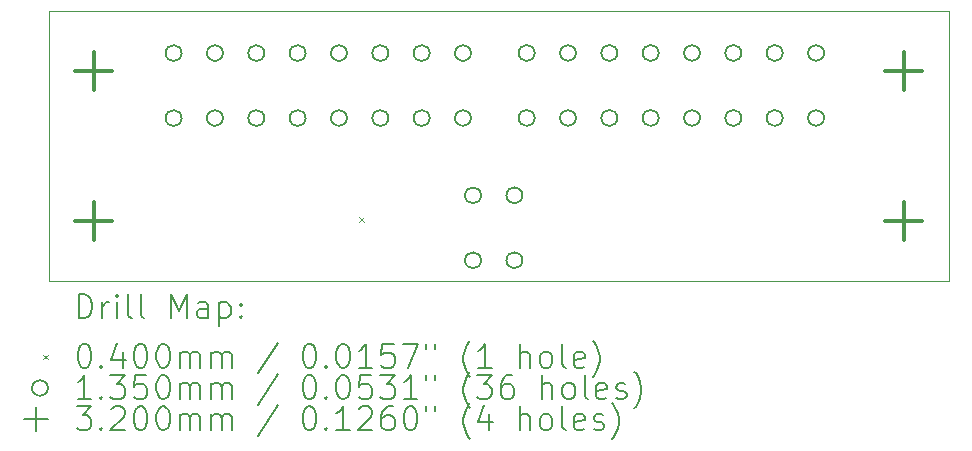
<source format=gbr>
%TF.GenerationSoftware,KiCad,Pcbnew,7.0.7*%
%TF.CreationDate,2023-09-04T23:57:06-07:00*%
%TF.ProjectId,PT Board Ground Systems V1.1,50542042-6f61-4726-9420-47726f756e64,rev?*%
%TF.SameCoordinates,Original*%
%TF.FileFunction,Drillmap*%
%TF.FilePolarity,Positive*%
%FSLAX45Y45*%
G04 Gerber Fmt 4.5, Leading zero omitted, Abs format (unit mm)*
G04 Created by KiCad (PCBNEW 7.0.7) date 2023-09-04 23:57:06*
%MOMM*%
%LPD*%
G01*
G04 APERTURE LIST*
%ADD10C,0.100000*%
%ADD11C,0.200000*%
%ADD12C,0.040000*%
%ADD13C,0.135000*%
%ADD14C,0.320000*%
G04 APERTURE END LIST*
D10*
X2540000Y-2540000D02*
X10160000Y-2540000D01*
X10160000Y-4826000D01*
X2540000Y-4826000D01*
X2540000Y-2540000D01*
D11*
D12*
X5167230Y-4288040D02*
X5207230Y-4328040D01*
X5207230Y-4288040D02*
X5167230Y-4328040D01*
D13*
X3666500Y-2899000D02*
G75*
G03*
X3666500Y-2899000I-67500J0D01*
G01*
X3666500Y-3449000D02*
G75*
G03*
X3666500Y-3449000I-67500J0D01*
G01*
X4016500Y-2899000D02*
G75*
G03*
X4016500Y-2899000I-67500J0D01*
G01*
X4016500Y-3449000D02*
G75*
G03*
X4016500Y-3449000I-67500J0D01*
G01*
X4366500Y-2899000D02*
G75*
G03*
X4366500Y-2899000I-67500J0D01*
G01*
X4366500Y-3449000D02*
G75*
G03*
X4366500Y-3449000I-67500J0D01*
G01*
X4716500Y-2899000D02*
G75*
G03*
X4716500Y-2899000I-67500J0D01*
G01*
X4716500Y-3449000D02*
G75*
G03*
X4716500Y-3449000I-67500J0D01*
G01*
X5066500Y-2899000D02*
G75*
G03*
X5066500Y-2899000I-67500J0D01*
G01*
X5066500Y-3449000D02*
G75*
G03*
X5066500Y-3449000I-67500J0D01*
G01*
X5416500Y-2899000D02*
G75*
G03*
X5416500Y-2899000I-67500J0D01*
G01*
X5416500Y-3449000D02*
G75*
G03*
X5416500Y-3449000I-67500J0D01*
G01*
X5766500Y-2899000D02*
G75*
G03*
X5766500Y-2899000I-67500J0D01*
G01*
X5766500Y-3449000D02*
G75*
G03*
X5766500Y-3449000I-67500J0D01*
G01*
X6116500Y-2899000D02*
G75*
G03*
X6116500Y-2899000I-67500J0D01*
G01*
X6116500Y-3449000D02*
G75*
G03*
X6116500Y-3449000I-67500J0D01*
G01*
X6201500Y-4103000D02*
G75*
G03*
X6201500Y-4103000I-67500J0D01*
G01*
X6201500Y-4653000D02*
G75*
G03*
X6201500Y-4653000I-67500J0D01*
G01*
X6551500Y-4103000D02*
G75*
G03*
X6551500Y-4103000I-67500J0D01*
G01*
X6551500Y-4653000D02*
G75*
G03*
X6551500Y-4653000I-67500J0D01*
G01*
X6655500Y-2898000D02*
G75*
G03*
X6655500Y-2898000I-67500J0D01*
G01*
X6655500Y-3448000D02*
G75*
G03*
X6655500Y-3448000I-67500J0D01*
G01*
X7005500Y-2898000D02*
G75*
G03*
X7005500Y-2898000I-67500J0D01*
G01*
X7005500Y-3448000D02*
G75*
G03*
X7005500Y-3448000I-67500J0D01*
G01*
X7355500Y-2898000D02*
G75*
G03*
X7355500Y-2898000I-67500J0D01*
G01*
X7355500Y-3448000D02*
G75*
G03*
X7355500Y-3448000I-67500J0D01*
G01*
X7705500Y-2898000D02*
G75*
G03*
X7705500Y-2898000I-67500J0D01*
G01*
X7705500Y-3448000D02*
G75*
G03*
X7705500Y-3448000I-67500J0D01*
G01*
X8055500Y-2898000D02*
G75*
G03*
X8055500Y-2898000I-67500J0D01*
G01*
X8055500Y-3448000D02*
G75*
G03*
X8055500Y-3448000I-67500J0D01*
G01*
X8405500Y-2898000D02*
G75*
G03*
X8405500Y-2898000I-67500J0D01*
G01*
X8405500Y-3448000D02*
G75*
G03*
X8405500Y-3448000I-67500J0D01*
G01*
X8755500Y-2898000D02*
G75*
G03*
X8755500Y-2898000I-67500J0D01*
G01*
X8755500Y-3448000D02*
G75*
G03*
X8755500Y-3448000I-67500J0D01*
G01*
X9105500Y-2898000D02*
G75*
G03*
X9105500Y-2898000I-67500J0D01*
G01*
X9105500Y-3448000D02*
G75*
G03*
X9105500Y-3448000I-67500J0D01*
G01*
D14*
X2921000Y-2888000D02*
X2921000Y-3208000D01*
X2761000Y-3048000D02*
X3081000Y-3048000D01*
X2921000Y-4158000D02*
X2921000Y-4478000D01*
X2761000Y-4318000D02*
X3081000Y-4318000D01*
X9779000Y-2888000D02*
X9779000Y-3208000D01*
X9619000Y-3048000D02*
X9939000Y-3048000D01*
X9779000Y-4158000D02*
X9779000Y-4478000D01*
X9619000Y-4318000D02*
X9939000Y-4318000D01*
D11*
X2795777Y-5142484D02*
X2795777Y-4942484D01*
X2795777Y-4942484D02*
X2843396Y-4942484D01*
X2843396Y-4942484D02*
X2871967Y-4952008D01*
X2871967Y-4952008D02*
X2891015Y-4971055D01*
X2891015Y-4971055D02*
X2900539Y-4990103D01*
X2900539Y-4990103D02*
X2910062Y-5028198D01*
X2910062Y-5028198D02*
X2910062Y-5056770D01*
X2910062Y-5056770D02*
X2900539Y-5094865D01*
X2900539Y-5094865D02*
X2891015Y-5113912D01*
X2891015Y-5113912D02*
X2871967Y-5132960D01*
X2871967Y-5132960D02*
X2843396Y-5142484D01*
X2843396Y-5142484D02*
X2795777Y-5142484D01*
X2995777Y-5142484D02*
X2995777Y-5009150D01*
X2995777Y-5047246D02*
X3005301Y-5028198D01*
X3005301Y-5028198D02*
X3014824Y-5018674D01*
X3014824Y-5018674D02*
X3033872Y-5009150D01*
X3033872Y-5009150D02*
X3052920Y-5009150D01*
X3119586Y-5142484D02*
X3119586Y-5009150D01*
X3119586Y-4942484D02*
X3110062Y-4952008D01*
X3110062Y-4952008D02*
X3119586Y-4961531D01*
X3119586Y-4961531D02*
X3129110Y-4952008D01*
X3129110Y-4952008D02*
X3119586Y-4942484D01*
X3119586Y-4942484D02*
X3119586Y-4961531D01*
X3243396Y-5142484D02*
X3224348Y-5132960D01*
X3224348Y-5132960D02*
X3214824Y-5113912D01*
X3214824Y-5113912D02*
X3214824Y-4942484D01*
X3348158Y-5142484D02*
X3329110Y-5132960D01*
X3329110Y-5132960D02*
X3319586Y-5113912D01*
X3319586Y-5113912D02*
X3319586Y-4942484D01*
X3576729Y-5142484D02*
X3576729Y-4942484D01*
X3576729Y-4942484D02*
X3643396Y-5085341D01*
X3643396Y-5085341D02*
X3710062Y-4942484D01*
X3710062Y-4942484D02*
X3710062Y-5142484D01*
X3891015Y-5142484D02*
X3891015Y-5037722D01*
X3891015Y-5037722D02*
X3881491Y-5018674D01*
X3881491Y-5018674D02*
X3862443Y-5009150D01*
X3862443Y-5009150D02*
X3824348Y-5009150D01*
X3824348Y-5009150D02*
X3805301Y-5018674D01*
X3891015Y-5132960D02*
X3871967Y-5142484D01*
X3871967Y-5142484D02*
X3824348Y-5142484D01*
X3824348Y-5142484D02*
X3805301Y-5132960D01*
X3805301Y-5132960D02*
X3795777Y-5113912D01*
X3795777Y-5113912D02*
X3795777Y-5094865D01*
X3795777Y-5094865D02*
X3805301Y-5075817D01*
X3805301Y-5075817D02*
X3824348Y-5066293D01*
X3824348Y-5066293D02*
X3871967Y-5066293D01*
X3871967Y-5066293D02*
X3891015Y-5056770D01*
X3986253Y-5009150D02*
X3986253Y-5209150D01*
X3986253Y-5018674D02*
X4005301Y-5009150D01*
X4005301Y-5009150D02*
X4043396Y-5009150D01*
X4043396Y-5009150D02*
X4062443Y-5018674D01*
X4062443Y-5018674D02*
X4071967Y-5028198D01*
X4071967Y-5028198D02*
X4081491Y-5047246D01*
X4081491Y-5047246D02*
X4081491Y-5104389D01*
X4081491Y-5104389D02*
X4071967Y-5123436D01*
X4071967Y-5123436D02*
X4062443Y-5132960D01*
X4062443Y-5132960D02*
X4043396Y-5142484D01*
X4043396Y-5142484D02*
X4005301Y-5142484D01*
X4005301Y-5142484D02*
X3986253Y-5132960D01*
X4167205Y-5123436D02*
X4176729Y-5132960D01*
X4176729Y-5132960D02*
X4167205Y-5142484D01*
X4167205Y-5142484D02*
X4157682Y-5132960D01*
X4157682Y-5132960D02*
X4167205Y-5123436D01*
X4167205Y-5123436D02*
X4167205Y-5142484D01*
X4167205Y-5018674D02*
X4176729Y-5028198D01*
X4176729Y-5028198D02*
X4167205Y-5037722D01*
X4167205Y-5037722D02*
X4157682Y-5028198D01*
X4157682Y-5028198D02*
X4167205Y-5018674D01*
X4167205Y-5018674D02*
X4167205Y-5037722D01*
D12*
X2495000Y-5451000D02*
X2535000Y-5491000D01*
X2535000Y-5451000D02*
X2495000Y-5491000D01*
D11*
X2833872Y-5362484D02*
X2852920Y-5362484D01*
X2852920Y-5362484D02*
X2871967Y-5372008D01*
X2871967Y-5372008D02*
X2881491Y-5381531D01*
X2881491Y-5381531D02*
X2891015Y-5400579D01*
X2891015Y-5400579D02*
X2900539Y-5438674D01*
X2900539Y-5438674D02*
X2900539Y-5486293D01*
X2900539Y-5486293D02*
X2891015Y-5524389D01*
X2891015Y-5524389D02*
X2881491Y-5543436D01*
X2881491Y-5543436D02*
X2871967Y-5552960D01*
X2871967Y-5552960D02*
X2852920Y-5562484D01*
X2852920Y-5562484D02*
X2833872Y-5562484D01*
X2833872Y-5562484D02*
X2814824Y-5552960D01*
X2814824Y-5552960D02*
X2805301Y-5543436D01*
X2805301Y-5543436D02*
X2795777Y-5524389D01*
X2795777Y-5524389D02*
X2786253Y-5486293D01*
X2786253Y-5486293D02*
X2786253Y-5438674D01*
X2786253Y-5438674D02*
X2795777Y-5400579D01*
X2795777Y-5400579D02*
X2805301Y-5381531D01*
X2805301Y-5381531D02*
X2814824Y-5372008D01*
X2814824Y-5372008D02*
X2833872Y-5362484D01*
X2986253Y-5543436D02*
X2995777Y-5552960D01*
X2995777Y-5552960D02*
X2986253Y-5562484D01*
X2986253Y-5562484D02*
X2976729Y-5552960D01*
X2976729Y-5552960D02*
X2986253Y-5543436D01*
X2986253Y-5543436D02*
X2986253Y-5562484D01*
X3167205Y-5429150D02*
X3167205Y-5562484D01*
X3119586Y-5352960D02*
X3071967Y-5495817D01*
X3071967Y-5495817D02*
X3195777Y-5495817D01*
X3310062Y-5362484D02*
X3329110Y-5362484D01*
X3329110Y-5362484D02*
X3348158Y-5372008D01*
X3348158Y-5372008D02*
X3357682Y-5381531D01*
X3357682Y-5381531D02*
X3367205Y-5400579D01*
X3367205Y-5400579D02*
X3376729Y-5438674D01*
X3376729Y-5438674D02*
X3376729Y-5486293D01*
X3376729Y-5486293D02*
X3367205Y-5524389D01*
X3367205Y-5524389D02*
X3357682Y-5543436D01*
X3357682Y-5543436D02*
X3348158Y-5552960D01*
X3348158Y-5552960D02*
X3329110Y-5562484D01*
X3329110Y-5562484D02*
X3310062Y-5562484D01*
X3310062Y-5562484D02*
X3291015Y-5552960D01*
X3291015Y-5552960D02*
X3281491Y-5543436D01*
X3281491Y-5543436D02*
X3271967Y-5524389D01*
X3271967Y-5524389D02*
X3262443Y-5486293D01*
X3262443Y-5486293D02*
X3262443Y-5438674D01*
X3262443Y-5438674D02*
X3271967Y-5400579D01*
X3271967Y-5400579D02*
X3281491Y-5381531D01*
X3281491Y-5381531D02*
X3291015Y-5372008D01*
X3291015Y-5372008D02*
X3310062Y-5362484D01*
X3500539Y-5362484D02*
X3519586Y-5362484D01*
X3519586Y-5362484D02*
X3538634Y-5372008D01*
X3538634Y-5372008D02*
X3548158Y-5381531D01*
X3548158Y-5381531D02*
X3557682Y-5400579D01*
X3557682Y-5400579D02*
X3567205Y-5438674D01*
X3567205Y-5438674D02*
X3567205Y-5486293D01*
X3567205Y-5486293D02*
X3557682Y-5524389D01*
X3557682Y-5524389D02*
X3548158Y-5543436D01*
X3548158Y-5543436D02*
X3538634Y-5552960D01*
X3538634Y-5552960D02*
X3519586Y-5562484D01*
X3519586Y-5562484D02*
X3500539Y-5562484D01*
X3500539Y-5562484D02*
X3481491Y-5552960D01*
X3481491Y-5552960D02*
X3471967Y-5543436D01*
X3471967Y-5543436D02*
X3462443Y-5524389D01*
X3462443Y-5524389D02*
X3452920Y-5486293D01*
X3452920Y-5486293D02*
X3452920Y-5438674D01*
X3452920Y-5438674D02*
X3462443Y-5400579D01*
X3462443Y-5400579D02*
X3471967Y-5381531D01*
X3471967Y-5381531D02*
X3481491Y-5372008D01*
X3481491Y-5372008D02*
X3500539Y-5362484D01*
X3652920Y-5562484D02*
X3652920Y-5429150D01*
X3652920Y-5448198D02*
X3662443Y-5438674D01*
X3662443Y-5438674D02*
X3681491Y-5429150D01*
X3681491Y-5429150D02*
X3710063Y-5429150D01*
X3710063Y-5429150D02*
X3729110Y-5438674D01*
X3729110Y-5438674D02*
X3738634Y-5457722D01*
X3738634Y-5457722D02*
X3738634Y-5562484D01*
X3738634Y-5457722D02*
X3748158Y-5438674D01*
X3748158Y-5438674D02*
X3767205Y-5429150D01*
X3767205Y-5429150D02*
X3795777Y-5429150D01*
X3795777Y-5429150D02*
X3814824Y-5438674D01*
X3814824Y-5438674D02*
X3824348Y-5457722D01*
X3824348Y-5457722D02*
X3824348Y-5562484D01*
X3919586Y-5562484D02*
X3919586Y-5429150D01*
X3919586Y-5448198D02*
X3929110Y-5438674D01*
X3929110Y-5438674D02*
X3948158Y-5429150D01*
X3948158Y-5429150D02*
X3976729Y-5429150D01*
X3976729Y-5429150D02*
X3995777Y-5438674D01*
X3995777Y-5438674D02*
X4005301Y-5457722D01*
X4005301Y-5457722D02*
X4005301Y-5562484D01*
X4005301Y-5457722D02*
X4014824Y-5438674D01*
X4014824Y-5438674D02*
X4033872Y-5429150D01*
X4033872Y-5429150D02*
X4062443Y-5429150D01*
X4062443Y-5429150D02*
X4081491Y-5438674D01*
X4081491Y-5438674D02*
X4091015Y-5457722D01*
X4091015Y-5457722D02*
X4091015Y-5562484D01*
X4481491Y-5352960D02*
X4310063Y-5610103D01*
X4738634Y-5362484D02*
X4757682Y-5362484D01*
X4757682Y-5362484D02*
X4776729Y-5372008D01*
X4776729Y-5372008D02*
X4786253Y-5381531D01*
X4786253Y-5381531D02*
X4795777Y-5400579D01*
X4795777Y-5400579D02*
X4805301Y-5438674D01*
X4805301Y-5438674D02*
X4805301Y-5486293D01*
X4805301Y-5486293D02*
X4795777Y-5524389D01*
X4795777Y-5524389D02*
X4786253Y-5543436D01*
X4786253Y-5543436D02*
X4776729Y-5552960D01*
X4776729Y-5552960D02*
X4757682Y-5562484D01*
X4757682Y-5562484D02*
X4738634Y-5562484D01*
X4738634Y-5562484D02*
X4719587Y-5552960D01*
X4719587Y-5552960D02*
X4710063Y-5543436D01*
X4710063Y-5543436D02*
X4700539Y-5524389D01*
X4700539Y-5524389D02*
X4691015Y-5486293D01*
X4691015Y-5486293D02*
X4691015Y-5438674D01*
X4691015Y-5438674D02*
X4700539Y-5400579D01*
X4700539Y-5400579D02*
X4710063Y-5381531D01*
X4710063Y-5381531D02*
X4719587Y-5372008D01*
X4719587Y-5372008D02*
X4738634Y-5362484D01*
X4891015Y-5543436D02*
X4900539Y-5552960D01*
X4900539Y-5552960D02*
X4891015Y-5562484D01*
X4891015Y-5562484D02*
X4881491Y-5552960D01*
X4881491Y-5552960D02*
X4891015Y-5543436D01*
X4891015Y-5543436D02*
X4891015Y-5562484D01*
X5024348Y-5362484D02*
X5043396Y-5362484D01*
X5043396Y-5362484D02*
X5062444Y-5372008D01*
X5062444Y-5372008D02*
X5071968Y-5381531D01*
X5071968Y-5381531D02*
X5081491Y-5400579D01*
X5081491Y-5400579D02*
X5091015Y-5438674D01*
X5091015Y-5438674D02*
X5091015Y-5486293D01*
X5091015Y-5486293D02*
X5081491Y-5524389D01*
X5081491Y-5524389D02*
X5071968Y-5543436D01*
X5071968Y-5543436D02*
X5062444Y-5552960D01*
X5062444Y-5552960D02*
X5043396Y-5562484D01*
X5043396Y-5562484D02*
X5024348Y-5562484D01*
X5024348Y-5562484D02*
X5005301Y-5552960D01*
X5005301Y-5552960D02*
X4995777Y-5543436D01*
X4995777Y-5543436D02*
X4986253Y-5524389D01*
X4986253Y-5524389D02*
X4976729Y-5486293D01*
X4976729Y-5486293D02*
X4976729Y-5438674D01*
X4976729Y-5438674D02*
X4986253Y-5400579D01*
X4986253Y-5400579D02*
X4995777Y-5381531D01*
X4995777Y-5381531D02*
X5005301Y-5372008D01*
X5005301Y-5372008D02*
X5024348Y-5362484D01*
X5281491Y-5562484D02*
X5167206Y-5562484D01*
X5224348Y-5562484D02*
X5224348Y-5362484D01*
X5224348Y-5362484D02*
X5205301Y-5391055D01*
X5205301Y-5391055D02*
X5186253Y-5410103D01*
X5186253Y-5410103D02*
X5167206Y-5419627D01*
X5462444Y-5362484D02*
X5367206Y-5362484D01*
X5367206Y-5362484D02*
X5357682Y-5457722D01*
X5357682Y-5457722D02*
X5367206Y-5448198D01*
X5367206Y-5448198D02*
X5386253Y-5438674D01*
X5386253Y-5438674D02*
X5433872Y-5438674D01*
X5433872Y-5438674D02*
X5452920Y-5448198D01*
X5452920Y-5448198D02*
X5462444Y-5457722D01*
X5462444Y-5457722D02*
X5471968Y-5476770D01*
X5471968Y-5476770D02*
X5471968Y-5524389D01*
X5471968Y-5524389D02*
X5462444Y-5543436D01*
X5462444Y-5543436D02*
X5452920Y-5552960D01*
X5452920Y-5552960D02*
X5433872Y-5562484D01*
X5433872Y-5562484D02*
X5386253Y-5562484D01*
X5386253Y-5562484D02*
X5367206Y-5552960D01*
X5367206Y-5552960D02*
X5357682Y-5543436D01*
X5538634Y-5362484D02*
X5671967Y-5362484D01*
X5671967Y-5362484D02*
X5586253Y-5562484D01*
X5738634Y-5362484D02*
X5738634Y-5400579D01*
X5814825Y-5362484D02*
X5814825Y-5400579D01*
X6110063Y-5638674D02*
X6100539Y-5629150D01*
X6100539Y-5629150D02*
X6081491Y-5600579D01*
X6081491Y-5600579D02*
X6071968Y-5581531D01*
X6071968Y-5581531D02*
X6062444Y-5552960D01*
X6062444Y-5552960D02*
X6052920Y-5505341D01*
X6052920Y-5505341D02*
X6052920Y-5467246D01*
X6052920Y-5467246D02*
X6062444Y-5419627D01*
X6062444Y-5419627D02*
X6071968Y-5391055D01*
X6071968Y-5391055D02*
X6081491Y-5372008D01*
X6081491Y-5372008D02*
X6100539Y-5343436D01*
X6100539Y-5343436D02*
X6110063Y-5333912D01*
X6291015Y-5562484D02*
X6176729Y-5562484D01*
X6233872Y-5562484D02*
X6233872Y-5362484D01*
X6233872Y-5362484D02*
X6214825Y-5391055D01*
X6214825Y-5391055D02*
X6195777Y-5410103D01*
X6195777Y-5410103D02*
X6176729Y-5419627D01*
X6529110Y-5562484D02*
X6529110Y-5362484D01*
X6614825Y-5562484D02*
X6614825Y-5457722D01*
X6614825Y-5457722D02*
X6605301Y-5438674D01*
X6605301Y-5438674D02*
X6586253Y-5429150D01*
X6586253Y-5429150D02*
X6557682Y-5429150D01*
X6557682Y-5429150D02*
X6538634Y-5438674D01*
X6538634Y-5438674D02*
X6529110Y-5448198D01*
X6738634Y-5562484D02*
X6719587Y-5552960D01*
X6719587Y-5552960D02*
X6710063Y-5543436D01*
X6710063Y-5543436D02*
X6700539Y-5524389D01*
X6700539Y-5524389D02*
X6700539Y-5467246D01*
X6700539Y-5467246D02*
X6710063Y-5448198D01*
X6710063Y-5448198D02*
X6719587Y-5438674D01*
X6719587Y-5438674D02*
X6738634Y-5429150D01*
X6738634Y-5429150D02*
X6767206Y-5429150D01*
X6767206Y-5429150D02*
X6786253Y-5438674D01*
X6786253Y-5438674D02*
X6795777Y-5448198D01*
X6795777Y-5448198D02*
X6805301Y-5467246D01*
X6805301Y-5467246D02*
X6805301Y-5524389D01*
X6805301Y-5524389D02*
X6795777Y-5543436D01*
X6795777Y-5543436D02*
X6786253Y-5552960D01*
X6786253Y-5552960D02*
X6767206Y-5562484D01*
X6767206Y-5562484D02*
X6738634Y-5562484D01*
X6919587Y-5562484D02*
X6900539Y-5552960D01*
X6900539Y-5552960D02*
X6891015Y-5533912D01*
X6891015Y-5533912D02*
X6891015Y-5362484D01*
X7071968Y-5552960D02*
X7052920Y-5562484D01*
X7052920Y-5562484D02*
X7014825Y-5562484D01*
X7014825Y-5562484D02*
X6995777Y-5552960D01*
X6995777Y-5552960D02*
X6986253Y-5533912D01*
X6986253Y-5533912D02*
X6986253Y-5457722D01*
X6986253Y-5457722D02*
X6995777Y-5438674D01*
X6995777Y-5438674D02*
X7014825Y-5429150D01*
X7014825Y-5429150D02*
X7052920Y-5429150D01*
X7052920Y-5429150D02*
X7071968Y-5438674D01*
X7071968Y-5438674D02*
X7081491Y-5457722D01*
X7081491Y-5457722D02*
X7081491Y-5476770D01*
X7081491Y-5476770D02*
X6986253Y-5495817D01*
X7148158Y-5638674D02*
X7157682Y-5629150D01*
X7157682Y-5629150D02*
X7176730Y-5600579D01*
X7176730Y-5600579D02*
X7186253Y-5581531D01*
X7186253Y-5581531D02*
X7195777Y-5552960D01*
X7195777Y-5552960D02*
X7205301Y-5505341D01*
X7205301Y-5505341D02*
X7205301Y-5467246D01*
X7205301Y-5467246D02*
X7195777Y-5419627D01*
X7195777Y-5419627D02*
X7186253Y-5391055D01*
X7186253Y-5391055D02*
X7176730Y-5372008D01*
X7176730Y-5372008D02*
X7157682Y-5343436D01*
X7157682Y-5343436D02*
X7148158Y-5333912D01*
D13*
X2535000Y-5735000D02*
G75*
G03*
X2535000Y-5735000I-67500J0D01*
G01*
D11*
X2900539Y-5826484D02*
X2786253Y-5826484D01*
X2843396Y-5826484D02*
X2843396Y-5626484D01*
X2843396Y-5626484D02*
X2824348Y-5655055D01*
X2824348Y-5655055D02*
X2805301Y-5674103D01*
X2805301Y-5674103D02*
X2786253Y-5683627D01*
X2986253Y-5807436D02*
X2995777Y-5816960D01*
X2995777Y-5816960D02*
X2986253Y-5826484D01*
X2986253Y-5826484D02*
X2976729Y-5816960D01*
X2976729Y-5816960D02*
X2986253Y-5807436D01*
X2986253Y-5807436D02*
X2986253Y-5826484D01*
X3062443Y-5626484D02*
X3186253Y-5626484D01*
X3186253Y-5626484D02*
X3119586Y-5702674D01*
X3119586Y-5702674D02*
X3148158Y-5702674D01*
X3148158Y-5702674D02*
X3167205Y-5712198D01*
X3167205Y-5712198D02*
X3176729Y-5721722D01*
X3176729Y-5721722D02*
X3186253Y-5740769D01*
X3186253Y-5740769D02*
X3186253Y-5788388D01*
X3186253Y-5788388D02*
X3176729Y-5807436D01*
X3176729Y-5807436D02*
X3167205Y-5816960D01*
X3167205Y-5816960D02*
X3148158Y-5826484D01*
X3148158Y-5826484D02*
X3091015Y-5826484D01*
X3091015Y-5826484D02*
X3071967Y-5816960D01*
X3071967Y-5816960D02*
X3062443Y-5807436D01*
X3367205Y-5626484D02*
X3271967Y-5626484D01*
X3271967Y-5626484D02*
X3262443Y-5721722D01*
X3262443Y-5721722D02*
X3271967Y-5712198D01*
X3271967Y-5712198D02*
X3291015Y-5702674D01*
X3291015Y-5702674D02*
X3338634Y-5702674D01*
X3338634Y-5702674D02*
X3357682Y-5712198D01*
X3357682Y-5712198D02*
X3367205Y-5721722D01*
X3367205Y-5721722D02*
X3376729Y-5740769D01*
X3376729Y-5740769D02*
X3376729Y-5788388D01*
X3376729Y-5788388D02*
X3367205Y-5807436D01*
X3367205Y-5807436D02*
X3357682Y-5816960D01*
X3357682Y-5816960D02*
X3338634Y-5826484D01*
X3338634Y-5826484D02*
X3291015Y-5826484D01*
X3291015Y-5826484D02*
X3271967Y-5816960D01*
X3271967Y-5816960D02*
X3262443Y-5807436D01*
X3500539Y-5626484D02*
X3519586Y-5626484D01*
X3519586Y-5626484D02*
X3538634Y-5636008D01*
X3538634Y-5636008D02*
X3548158Y-5645531D01*
X3548158Y-5645531D02*
X3557682Y-5664579D01*
X3557682Y-5664579D02*
X3567205Y-5702674D01*
X3567205Y-5702674D02*
X3567205Y-5750293D01*
X3567205Y-5750293D02*
X3557682Y-5788388D01*
X3557682Y-5788388D02*
X3548158Y-5807436D01*
X3548158Y-5807436D02*
X3538634Y-5816960D01*
X3538634Y-5816960D02*
X3519586Y-5826484D01*
X3519586Y-5826484D02*
X3500539Y-5826484D01*
X3500539Y-5826484D02*
X3481491Y-5816960D01*
X3481491Y-5816960D02*
X3471967Y-5807436D01*
X3471967Y-5807436D02*
X3462443Y-5788388D01*
X3462443Y-5788388D02*
X3452920Y-5750293D01*
X3452920Y-5750293D02*
X3452920Y-5702674D01*
X3452920Y-5702674D02*
X3462443Y-5664579D01*
X3462443Y-5664579D02*
X3471967Y-5645531D01*
X3471967Y-5645531D02*
X3481491Y-5636008D01*
X3481491Y-5636008D02*
X3500539Y-5626484D01*
X3652920Y-5826484D02*
X3652920Y-5693150D01*
X3652920Y-5712198D02*
X3662443Y-5702674D01*
X3662443Y-5702674D02*
X3681491Y-5693150D01*
X3681491Y-5693150D02*
X3710063Y-5693150D01*
X3710063Y-5693150D02*
X3729110Y-5702674D01*
X3729110Y-5702674D02*
X3738634Y-5721722D01*
X3738634Y-5721722D02*
X3738634Y-5826484D01*
X3738634Y-5721722D02*
X3748158Y-5702674D01*
X3748158Y-5702674D02*
X3767205Y-5693150D01*
X3767205Y-5693150D02*
X3795777Y-5693150D01*
X3795777Y-5693150D02*
X3814824Y-5702674D01*
X3814824Y-5702674D02*
X3824348Y-5721722D01*
X3824348Y-5721722D02*
X3824348Y-5826484D01*
X3919586Y-5826484D02*
X3919586Y-5693150D01*
X3919586Y-5712198D02*
X3929110Y-5702674D01*
X3929110Y-5702674D02*
X3948158Y-5693150D01*
X3948158Y-5693150D02*
X3976729Y-5693150D01*
X3976729Y-5693150D02*
X3995777Y-5702674D01*
X3995777Y-5702674D02*
X4005301Y-5721722D01*
X4005301Y-5721722D02*
X4005301Y-5826484D01*
X4005301Y-5721722D02*
X4014824Y-5702674D01*
X4014824Y-5702674D02*
X4033872Y-5693150D01*
X4033872Y-5693150D02*
X4062443Y-5693150D01*
X4062443Y-5693150D02*
X4081491Y-5702674D01*
X4081491Y-5702674D02*
X4091015Y-5721722D01*
X4091015Y-5721722D02*
X4091015Y-5826484D01*
X4481491Y-5616960D02*
X4310063Y-5874103D01*
X4738634Y-5626484D02*
X4757682Y-5626484D01*
X4757682Y-5626484D02*
X4776729Y-5636008D01*
X4776729Y-5636008D02*
X4786253Y-5645531D01*
X4786253Y-5645531D02*
X4795777Y-5664579D01*
X4795777Y-5664579D02*
X4805301Y-5702674D01*
X4805301Y-5702674D02*
X4805301Y-5750293D01*
X4805301Y-5750293D02*
X4795777Y-5788388D01*
X4795777Y-5788388D02*
X4786253Y-5807436D01*
X4786253Y-5807436D02*
X4776729Y-5816960D01*
X4776729Y-5816960D02*
X4757682Y-5826484D01*
X4757682Y-5826484D02*
X4738634Y-5826484D01*
X4738634Y-5826484D02*
X4719587Y-5816960D01*
X4719587Y-5816960D02*
X4710063Y-5807436D01*
X4710063Y-5807436D02*
X4700539Y-5788388D01*
X4700539Y-5788388D02*
X4691015Y-5750293D01*
X4691015Y-5750293D02*
X4691015Y-5702674D01*
X4691015Y-5702674D02*
X4700539Y-5664579D01*
X4700539Y-5664579D02*
X4710063Y-5645531D01*
X4710063Y-5645531D02*
X4719587Y-5636008D01*
X4719587Y-5636008D02*
X4738634Y-5626484D01*
X4891015Y-5807436D02*
X4900539Y-5816960D01*
X4900539Y-5816960D02*
X4891015Y-5826484D01*
X4891015Y-5826484D02*
X4881491Y-5816960D01*
X4881491Y-5816960D02*
X4891015Y-5807436D01*
X4891015Y-5807436D02*
X4891015Y-5826484D01*
X5024348Y-5626484D02*
X5043396Y-5626484D01*
X5043396Y-5626484D02*
X5062444Y-5636008D01*
X5062444Y-5636008D02*
X5071968Y-5645531D01*
X5071968Y-5645531D02*
X5081491Y-5664579D01*
X5081491Y-5664579D02*
X5091015Y-5702674D01*
X5091015Y-5702674D02*
X5091015Y-5750293D01*
X5091015Y-5750293D02*
X5081491Y-5788388D01*
X5081491Y-5788388D02*
X5071968Y-5807436D01*
X5071968Y-5807436D02*
X5062444Y-5816960D01*
X5062444Y-5816960D02*
X5043396Y-5826484D01*
X5043396Y-5826484D02*
X5024348Y-5826484D01*
X5024348Y-5826484D02*
X5005301Y-5816960D01*
X5005301Y-5816960D02*
X4995777Y-5807436D01*
X4995777Y-5807436D02*
X4986253Y-5788388D01*
X4986253Y-5788388D02*
X4976729Y-5750293D01*
X4976729Y-5750293D02*
X4976729Y-5702674D01*
X4976729Y-5702674D02*
X4986253Y-5664579D01*
X4986253Y-5664579D02*
X4995777Y-5645531D01*
X4995777Y-5645531D02*
X5005301Y-5636008D01*
X5005301Y-5636008D02*
X5024348Y-5626484D01*
X5271968Y-5626484D02*
X5176729Y-5626484D01*
X5176729Y-5626484D02*
X5167206Y-5721722D01*
X5167206Y-5721722D02*
X5176729Y-5712198D01*
X5176729Y-5712198D02*
X5195777Y-5702674D01*
X5195777Y-5702674D02*
X5243396Y-5702674D01*
X5243396Y-5702674D02*
X5262444Y-5712198D01*
X5262444Y-5712198D02*
X5271968Y-5721722D01*
X5271968Y-5721722D02*
X5281491Y-5740769D01*
X5281491Y-5740769D02*
X5281491Y-5788388D01*
X5281491Y-5788388D02*
X5271968Y-5807436D01*
X5271968Y-5807436D02*
X5262444Y-5816960D01*
X5262444Y-5816960D02*
X5243396Y-5826484D01*
X5243396Y-5826484D02*
X5195777Y-5826484D01*
X5195777Y-5826484D02*
X5176729Y-5816960D01*
X5176729Y-5816960D02*
X5167206Y-5807436D01*
X5348158Y-5626484D02*
X5471968Y-5626484D01*
X5471968Y-5626484D02*
X5405301Y-5702674D01*
X5405301Y-5702674D02*
X5433872Y-5702674D01*
X5433872Y-5702674D02*
X5452920Y-5712198D01*
X5452920Y-5712198D02*
X5462444Y-5721722D01*
X5462444Y-5721722D02*
X5471968Y-5740769D01*
X5471968Y-5740769D02*
X5471968Y-5788388D01*
X5471968Y-5788388D02*
X5462444Y-5807436D01*
X5462444Y-5807436D02*
X5452920Y-5816960D01*
X5452920Y-5816960D02*
X5433872Y-5826484D01*
X5433872Y-5826484D02*
X5376729Y-5826484D01*
X5376729Y-5826484D02*
X5357682Y-5816960D01*
X5357682Y-5816960D02*
X5348158Y-5807436D01*
X5662444Y-5826484D02*
X5548158Y-5826484D01*
X5605301Y-5826484D02*
X5605301Y-5626484D01*
X5605301Y-5626484D02*
X5586253Y-5655055D01*
X5586253Y-5655055D02*
X5567206Y-5674103D01*
X5567206Y-5674103D02*
X5548158Y-5683627D01*
X5738634Y-5626484D02*
X5738634Y-5664579D01*
X5814825Y-5626484D02*
X5814825Y-5664579D01*
X6110063Y-5902674D02*
X6100539Y-5893150D01*
X6100539Y-5893150D02*
X6081491Y-5864579D01*
X6081491Y-5864579D02*
X6071968Y-5845531D01*
X6071968Y-5845531D02*
X6062444Y-5816960D01*
X6062444Y-5816960D02*
X6052920Y-5769341D01*
X6052920Y-5769341D02*
X6052920Y-5731246D01*
X6052920Y-5731246D02*
X6062444Y-5683627D01*
X6062444Y-5683627D02*
X6071968Y-5655055D01*
X6071968Y-5655055D02*
X6081491Y-5636008D01*
X6081491Y-5636008D02*
X6100539Y-5607436D01*
X6100539Y-5607436D02*
X6110063Y-5597912D01*
X6167206Y-5626484D02*
X6291015Y-5626484D01*
X6291015Y-5626484D02*
X6224348Y-5702674D01*
X6224348Y-5702674D02*
X6252920Y-5702674D01*
X6252920Y-5702674D02*
X6271968Y-5712198D01*
X6271968Y-5712198D02*
X6281491Y-5721722D01*
X6281491Y-5721722D02*
X6291015Y-5740769D01*
X6291015Y-5740769D02*
X6291015Y-5788388D01*
X6291015Y-5788388D02*
X6281491Y-5807436D01*
X6281491Y-5807436D02*
X6271968Y-5816960D01*
X6271968Y-5816960D02*
X6252920Y-5826484D01*
X6252920Y-5826484D02*
X6195777Y-5826484D01*
X6195777Y-5826484D02*
X6176729Y-5816960D01*
X6176729Y-5816960D02*
X6167206Y-5807436D01*
X6462444Y-5626484D02*
X6424348Y-5626484D01*
X6424348Y-5626484D02*
X6405301Y-5636008D01*
X6405301Y-5636008D02*
X6395777Y-5645531D01*
X6395777Y-5645531D02*
X6376729Y-5674103D01*
X6376729Y-5674103D02*
X6367206Y-5712198D01*
X6367206Y-5712198D02*
X6367206Y-5788388D01*
X6367206Y-5788388D02*
X6376729Y-5807436D01*
X6376729Y-5807436D02*
X6386253Y-5816960D01*
X6386253Y-5816960D02*
X6405301Y-5826484D01*
X6405301Y-5826484D02*
X6443396Y-5826484D01*
X6443396Y-5826484D02*
X6462444Y-5816960D01*
X6462444Y-5816960D02*
X6471968Y-5807436D01*
X6471968Y-5807436D02*
X6481491Y-5788388D01*
X6481491Y-5788388D02*
X6481491Y-5740769D01*
X6481491Y-5740769D02*
X6471968Y-5721722D01*
X6471968Y-5721722D02*
X6462444Y-5712198D01*
X6462444Y-5712198D02*
X6443396Y-5702674D01*
X6443396Y-5702674D02*
X6405301Y-5702674D01*
X6405301Y-5702674D02*
X6386253Y-5712198D01*
X6386253Y-5712198D02*
X6376729Y-5721722D01*
X6376729Y-5721722D02*
X6367206Y-5740769D01*
X6719587Y-5826484D02*
X6719587Y-5626484D01*
X6805301Y-5826484D02*
X6805301Y-5721722D01*
X6805301Y-5721722D02*
X6795777Y-5702674D01*
X6795777Y-5702674D02*
X6776730Y-5693150D01*
X6776730Y-5693150D02*
X6748158Y-5693150D01*
X6748158Y-5693150D02*
X6729110Y-5702674D01*
X6729110Y-5702674D02*
X6719587Y-5712198D01*
X6929110Y-5826484D02*
X6910063Y-5816960D01*
X6910063Y-5816960D02*
X6900539Y-5807436D01*
X6900539Y-5807436D02*
X6891015Y-5788388D01*
X6891015Y-5788388D02*
X6891015Y-5731246D01*
X6891015Y-5731246D02*
X6900539Y-5712198D01*
X6900539Y-5712198D02*
X6910063Y-5702674D01*
X6910063Y-5702674D02*
X6929110Y-5693150D01*
X6929110Y-5693150D02*
X6957682Y-5693150D01*
X6957682Y-5693150D02*
X6976730Y-5702674D01*
X6976730Y-5702674D02*
X6986253Y-5712198D01*
X6986253Y-5712198D02*
X6995777Y-5731246D01*
X6995777Y-5731246D02*
X6995777Y-5788388D01*
X6995777Y-5788388D02*
X6986253Y-5807436D01*
X6986253Y-5807436D02*
X6976730Y-5816960D01*
X6976730Y-5816960D02*
X6957682Y-5826484D01*
X6957682Y-5826484D02*
X6929110Y-5826484D01*
X7110063Y-5826484D02*
X7091015Y-5816960D01*
X7091015Y-5816960D02*
X7081491Y-5797912D01*
X7081491Y-5797912D02*
X7081491Y-5626484D01*
X7262444Y-5816960D02*
X7243396Y-5826484D01*
X7243396Y-5826484D02*
X7205301Y-5826484D01*
X7205301Y-5826484D02*
X7186253Y-5816960D01*
X7186253Y-5816960D02*
X7176730Y-5797912D01*
X7176730Y-5797912D02*
X7176730Y-5721722D01*
X7176730Y-5721722D02*
X7186253Y-5702674D01*
X7186253Y-5702674D02*
X7205301Y-5693150D01*
X7205301Y-5693150D02*
X7243396Y-5693150D01*
X7243396Y-5693150D02*
X7262444Y-5702674D01*
X7262444Y-5702674D02*
X7271968Y-5721722D01*
X7271968Y-5721722D02*
X7271968Y-5740769D01*
X7271968Y-5740769D02*
X7176730Y-5759817D01*
X7348158Y-5816960D02*
X7367206Y-5826484D01*
X7367206Y-5826484D02*
X7405301Y-5826484D01*
X7405301Y-5826484D02*
X7424349Y-5816960D01*
X7424349Y-5816960D02*
X7433872Y-5797912D01*
X7433872Y-5797912D02*
X7433872Y-5788388D01*
X7433872Y-5788388D02*
X7424349Y-5769341D01*
X7424349Y-5769341D02*
X7405301Y-5759817D01*
X7405301Y-5759817D02*
X7376730Y-5759817D01*
X7376730Y-5759817D02*
X7357682Y-5750293D01*
X7357682Y-5750293D02*
X7348158Y-5731246D01*
X7348158Y-5731246D02*
X7348158Y-5721722D01*
X7348158Y-5721722D02*
X7357682Y-5702674D01*
X7357682Y-5702674D02*
X7376730Y-5693150D01*
X7376730Y-5693150D02*
X7405301Y-5693150D01*
X7405301Y-5693150D02*
X7424349Y-5702674D01*
X7500539Y-5902674D02*
X7510063Y-5893150D01*
X7510063Y-5893150D02*
X7529111Y-5864579D01*
X7529111Y-5864579D02*
X7538634Y-5845531D01*
X7538634Y-5845531D02*
X7548158Y-5816960D01*
X7548158Y-5816960D02*
X7557682Y-5769341D01*
X7557682Y-5769341D02*
X7557682Y-5731246D01*
X7557682Y-5731246D02*
X7548158Y-5683627D01*
X7548158Y-5683627D02*
X7538634Y-5655055D01*
X7538634Y-5655055D02*
X7529111Y-5636008D01*
X7529111Y-5636008D02*
X7510063Y-5607436D01*
X7510063Y-5607436D02*
X7500539Y-5597912D01*
X2435000Y-5899000D02*
X2435000Y-6099000D01*
X2335000Y-5999000D02*
X2535000Y-5999000D01*
X2776729Y-5890484D02*
X2900539Y-5890484D01*
X2900539Y-5890484D02*
X2833872Y-5966674D01*
X2833872Y-5966674D02*
X2862443Y-5966674D01*
X2862443Y-5966674D02*
X2881491Y-5976198D01*
X2881491Y-5976198D02*
X2891015Y-5985722D01*
X2891015Y-5985722D02*
X2900539Y-6004769D01*
X2900539Y-6004769D02*
X2900539Y-6052388D01*
X2900539Y-6052388D02*
X2891015Y-6071436D01*
X2891015Y-6071436D02*
X2881491Y-6080960D01*
X2881491Y-6080960D02*
X2862443Y-6090484D01*
X2862443Y-6090484D02*
X2805301Y-6090484D01*
X2805301Y-6090484D02*
X2786253Y-6080960D01*
X2786253Y-6080960D02*
X2776729Y-6071436D01*
X2986253Y-6071436D02*
X2995777Y-6080960D01*
X2995777Y-6080960D02*
X2986253Y-6090484D01*
X2986253Y-6090484D02*
X2976729Y-6080960D01*
X2976729Y-6080960D02*
X2986253Y-6071436D01*
X2986253Y-6071436D02*
X2986253Y-6090484D01*
X3071967Y-5909531D02*
X3081491Y-5900008D01*
X3081491Y-5900008D02*
X3100539Y-5890484D01*
X3100539Y-5890484D02*
X3148158Y-5890484D01*
X3148158Y-5890484D02*
X3167205Y-5900008D01*
X3167205Y-5900008D02*
X3176729Y-5909531D01*
X3176729Y-5909531D02*
X3186253Y-5928579D01*
X3186253Y-5928579D02*
X3186253Y-5947627D01*
X3186253Y-5947627D02*
X3176729Y-5976198D01*
X3176729Y-5976198D02*
X3062443Y-6090484D01*
X3062443Y-6090484D02*
X3186253Y-6090484D01*
X3310062Y-5890484D02*
X3329110Y-5890484D01*
X3329110Y-5890484D02*
X3348158Y-5900008D01*
X3348158Y-5900008D02*
X3357682Y-5909531D01*
X3357682Y-5909531D02*
X3367205Y-5928579D01*
X3367205Y-5928579D02*
X3376729Y-5966674D01*
X3376729Y-5966674D02*
X3376729Y-6014293D01*
X3376729Y-6014293D02*
X3367205Y-6052388D01*
X3367205Y-6052388D02*
X3357682Y-6071436D01*
X3357682Y-6071436D02*
X3348158Y-6080960D01*
X3348158Y-6080960D02*
X3329110Y-6090484D01*
X3329110Y-6090484D02*
X3310062Y-6090484D01*
X3310062Y-6090484D02*
X3291015Y-6080960D01*
X3291015Y-6080960D02*
X3281491Y-6071436D01*
X3281491Y-6071436D02*
X3271967Y-6052388D01*
X3271967Y-6052388D02*
X3262443Y-6014293D01*
X3262443Y-6014293D02*
X3262443Y-5966674D01*
X3262443Y-5966674D02*
X3271967Y-5928579D01*
X3271967Y-5928579D02*
X3281491Y-5909531D01*
X3281491Y-5909531D02*
X3291015Y-5900008D01*
X3291015Y-5900008D02*
X3310062Y-5890484D01*
X3500539Y-5890484D02*
X3519586Y-5890484D01*
X3519586Y-5890484D02*
X3538634Y-5900008D01*
X3538634Y-5900008D02*
X3548158Y-5909531D01*
X3548158Y-5909531D02*
X3557682Y-5928579D01*
X3557682Y-5928579D02*
X3567205Y-5966674D01*
X3567205Y-5966674D02*
X3567205Y-6014293D01*
X3567205Y-6014293D02*
X3557682Y-6052388D01*
X3557682Y-6052388D02*
X3548158Y-6071436D01*
X3548158Y-6071436D02*
X3538634Y-6080960D01*
X3538634Y-6080960D02*
X3519586Y-6090484D01*
X3519586Y-6090484D02*
X3500539Y-6090484D01*
X3500539Y-6090484D02*
X3481491Y-6080960D01*
X3481491Y-6080960D02*
X3471967Y-6071436D01*
X3471967Y-6071436D02*
X3462443Y-6052388D01*
X3462443Y-6052388D02*
X3452920Y-6014293D01*
X3452920Y-6014293D02*
X3452920Y-5966674D01*
X3452920Y-5966674D02*
X3462443Y-5928579D01*
X3462443Y-5928579D02*
X3471967Y-5909531D01*
X3471967Y-5909531D02*
X3481491Y-5900008D01*
X3481491Y-5900008D02*
X3500539Y-5890484D01*
X3652920Y-6090484D02*
X3652920Y-5957150D01*
X3652920Y-5976198D02*
X3662443Y-5966674D01*
X3662443Y-5966674D02*
X3681491Y-5957150D01*
X3681491Y-5957150D02*
X3710063Y-5957150D01*
X3710063Y-5957150D02*
X3729110Y-5966674D01*
X3729110Y-5966674D02*
X3738634Y-5985722D01*
X3738634Y-5985722D02*
X3738634Y-6090484D01*
X3738634Y-5985722D02*
X3748158Y-5966674D01*
X3748158Y-5966674D02*
X3767205Y-5957150D01*
X3767205Y-5957150D02*
X3795777Y-5957150D01*
X3795777Y-5957150D02*
X3814824Y-5966674D01*
X3814824Y-5966674D02*
X3824348Y-5985722D01*
X3824348Y-5985722D02*
X3824348Y-6090484D01*
X3919586Y-6090484D02*
X3919586Y-5957150D01*
X3919586Y-5976198D02*
X3929110Y-5966674D01*
X3929110Y-5966674D02*
X3948158Y-5957150D01*
X3948158Y-5957150D02*
X3976729Y-5957150D01*
X3976729Y-5957150D02*
X3995777Y-5966674D01*
X3995777Y-5966674D02*
X4005301Y-5985722D01*
X4005301Y-5985722D02*
X4005301Y-6090484D01*
X4005301Y-5985722D02*
X4014824Y-5966674D01*
X4014824Y-5966674D02*
X4033872Y-5957150D01*
X4033872Y-5957150D02*
X4062443Y-5957150D01*
X4062443Y-5957150D02*
X4081491Y-5966674D01*
X4081491Y-5966674D02*
X4091015Y-5985722D01*
X4091015Y-5985722D02*
X4091015Y-6090484D01*
X4481491Y-5880960D02*
X4310063Y-6138103D01*
X4738634Y-5890484D02*
X4757682Y-5890484D01*
X4757682Y-5890484D02*
X4776729Y-5900008D01*
X4776729Y-5900008D02*
X4786253Y-5909531D01*
X4786253Y-5909531D02*
X4795777Y-5928579D01*
X4795777Y-5928579D02*
X4805301Y-5966674D01*
X4805301Y-5966674D02*
X4805301Y-6014293D01*
X4805301Y-6014293D02*
X4795777Y-6052388D01*
X4795777Y-6052388D02*
X4786253Y-6071436D01*
X4786253Y-6071436D02*
X4776729Y-6080960D01*
X4776729Y-6080960D02*
X4757682Y-6090484D01*
X4757682Y-6090484D02*
X4738634Y-6090484D01*
X4738634Y-6090484D02*
X4719587Y-6080960D01*
X4719587Y-6080960D02*
X4710063Y-6071436D01*
X4710063Y-6071436D02*
X4700539Y-6052388D01*
X4700539Y-6052388D02*
X4691015Y-6014293D01*
X4691015Y-6014293D02*
X4691015Y-5966674D01*
X4691015Y-5966674D02*
X4700539Y-5928579D01*
X4700539Y-5928579D02*
X4710063Y-5909531D01*
X4710063Y-5909531D02*
X4719587Y-5900008D01*
X4719587Y-5900008D02*
X4738634Y-5890484D01*
X4891015Y-6071436D02*
X4900539Y-6080960D01*
X4900539Y-6080960D02*
X4891015Y-6090484D01*
X4891015Y-6090484D02*
X4881491Y-6080960D01*
X4881491Y-6080960D02*
X4891015Y-6071436D01*
X4891015Y-6071436D02*
X4891015Y-6090484D01*
X5091015Y-6090484D02*
X4976729Y-6090484D01*
X5033872Y-6090484D02*
X5033872Y-5890484D01*
X5033872Y-5890484D02*
X5014825Y-5919055D01*
X5014825Y-5919055D02*
X4995777Y-5938103D01*
X4995777Y-5938103D02*
X4976729Y-5947627D01*
X5167206Y-5909531D02*
X5176729Y-5900008D01*
X5176729Y-5900008D02*
X5195777Y-5890484D01*
X5195777Y-5890484D02*
X5243396Y-5890484D01*
X5243396Y-5890484D02*
X5262444Y-5900008D01*
X5262444Y-5900008D02*
X5271968Y-5909531D01*
X5271968Y-5909531D02*
X5281491Y-5928579D01*
X5281491Y-5928579D02*
X5281491Y-5947627D01*
X5281491Y-5947627D02*
X5271968Y-5976198D01*
X5271968Y-5976198D02*
X5157682Y-6090484D01*
X5157682Y-6090484D02*
X5281491Y-6090484D01*
X5452920Y-5890484D02*
X5414825Y-5890484D01*
X5414825Y-5890484D02*
X5395777Y-5900008D01*
X5395777Y-5900008D02*
X5386253Y-5909531D01*
X5386253Y-5909531D02*
X5367206Y-5938103D01*
X5367206Y-5938103D02*
X5357682Y-5976198D01*
X5357682Y-5976198D02*
X5357682Y-6052388D01*
X5357682Y-6052388D02*
X5367206Y-6071436D01*
X5367206Y-6071436D02*
X5376729Y-6080960D01*
X5376729Y-6080960D02*
X5395777Y-6090484D01*
X5395777Y-6090484D02*
X5433872Y-6090484D01*
X5433872Y-6090484D02*
X5452920Y-6080960D01*
X5452920Y-6080960D02*
X5462444Y-6071436D01*
X5462444Y-6071436D02*
X5471968Y-6052388D01*
X5471968Y-6052388D02*
X5471968Y-6004769D01*
X5471968Y-6004769D02*
X5462444Y-5985722D01*
X5462444Y-5985722D02*
X5452920Y-5976198D01*
X5452920Y-5976198D02*
X5433872Y-5966674D01*
X5433872Y-5966674D02*
X5395777Y-5966674D01*
X5395777Y-5966674D02*
X5376729Y-5976198D01*
X5376729Y-5976198D02*
X5367206Y-5985722D01*
X5367206Y-5985722D02*
X5357682Y-6004769D01*
X5595777Y-5890484D02*
X5614825Y-5890484D01*
X5614825Y-5890484D02*
X5633872Y-5900008D01*
X5633872Y-5900008D02*
X5643396Y-5909531D01*
X5643396Y-5909531D02*
X5652920Y-5928579D01*
X5652920Y-5928579D02*
X5662444Y-5966674D01*
X5662444Y-5966674D02*
X5662444Y-6014293D01*
X5662444Y-6014293D02*
X5652920Y-6052388D01*
X5652920Y-6052388D02*
X5643396Y-6071436D01*
X5643396Y-6071436D02*
X5633872Y-6080960D01*
X5633872Y-6080960D02*
X5614825Y-6090484D01*
X5614825Y-6090484D02*
X5595777Y-6090484D01*
X5595777Y-6090484D02*
X5576729Y-6080960D01*
X5576729Y-6080960D02*
X5567206Y-6071436D01*
X5567206Y-6071436D02*
X5557682Y-6052388D01*
X5557682Y-6052388D02*
X5548158Y-6014293D01*
X5548158Y-6014293D02*
X5548158Y-5966674D01*
X5548158Y-5966674D02*
X5557682Y-5928579D01*
X5557682Y-5928579D02*
X5567206Y-5909531D01*
X5567206Y-5909531D02*
X5576729Y-5900008D01*
X5576729Y-5900008D02*
X5595777Y-5890484D01*
X5738634Y-5890484D02*
X5738634Y-5928579D01*
X5814825Y-5890484D02*
X5814825Y-5928579D01*
X6110063Y-6166674D02*
X6100539Y-6157150D01*
X6100539Y-6157150D02*
X6081491Y-6128579D01*
X6081491Y-6128579D02*
X6071968Y-6109531D01*
X6071968Y-6109531D02*
X6062444Y-6080960D01*
X6062444Y-6080960D02*
X6052920Y-6033341D01*
X6052920Y-6033341D02*
X6052920Y-5995246D01*
X6052920Y-5995246D02*
X6062444Y-5947627D01*
X6062444Y-5947627D02*
X6071968Y-5919055D01*
X6071968Y-5919055D02*
X6081491Y-5900008D01*
X6081491Y-5900008D02*
X6100539Y-5871436D01*
X6100539Y-5871436D02*
X6110063Y-5861912D01*
X6271968Y-5957150D02*
X6271968Y-6090484D01*
X6224348Y-5880960D02*
X6176729Y-6023817D01*
X6176729Y-6023817D02*
X6300539Y-6023817D01*
X6529110Y-6090484D02*
X6529110Y-5890484D01*
X6614825Y-6090484D02*
X6614825Y-5985722D01*
X6614825Y-5985722D02*
X6605301Y-5966674D01*
X6605301Y-5966674D02*
X6586253Y-5957150D01*
X6586253Y-5957150D02*
X6557682Y-5957150D01*
X6557682Y-5957150D02*
X6538634Y-5966674D01*
X6538634Y-5966674D02*
X6529110Y-5976198D01*
X6738634Y-6090484D02*
X6719587Y-6080960D01*
X6719587Y-6080960D02*
X6710063Y-6071436D01*
X6710063Y-6071436D02*
X6700539Y-6052388D01*
X6700539Y-6052388D02*
X6700539Y-5995246D01*
X6700539Y-5995246D02*
X6710063Y-5976198D01*
X6710063Y-5976198D02*
X6719587Y-5966674D01*
X6719587Y-5966674D02*
X6738634Y-5957150D01*
X6738634Y-5957150D02*
X6767206Y-5957150D01*
X6767206Y-5957150D02*
X6786253Y-5966674D01*
X6786253Y-5966674D02*
X6795777Y-5976198D01*
X6795777Y-5976198D02*
X6805301Y-5995246D01*
X6805301Y-5995246D02*
X6805301Y-6052388D01*
X6805301Y-6052388D02*
X6795777Y-6071436D01*
X6795777Y-6071436D02*
X6786253Y-6080960D01*
X6786253Y-6080960D02*
X6767206Y-6090484D01*
X6767206Y-6090484D02*
X6738634Y-6090484D01*
X6919587Y-6090484D02*
X6900539Y-6080960D01*
X6900539Y-6080960D02*
X6891015Y-6061912D01*
X6891015Y-6061912D02*
X6891015Y-5890484D01*
X7071968Y-6080960D02*
X7052920Y-6090484D01*
X7052920Y-6090484D02*
X7014825Y-6090484D01*
X7014825Y-6090484D02*
X6995777Y-6080960D01*
X6995777Y-6080960D02*
X6986253Y-6061912D01*
X6986253Y-6061912D02*
X6986253Y-5985722D01*
X6986253Y-5985722D02*
X6995777Y-5966674D01*
X6995777Y-5966674D02*
X7014825Y-5957150D01*
X7014825Y-5957150D02*
X7052920Y-5957150D01*
X7052920Y-5957150D02*
X7071968Y-5966674D01*
X7071968Y-5966674D02*
X7081491Y-5985722D01*
X7081491Y-5985722D02*
X7081491Y-6004769D01*
X7081491Y-6004769D02*
X6986253Y-6023817D01*
X7157682Y-6080960D02*
X7176730Y-6090484D01*
X7176730Y-6090484D02*
X7214825Y-6090484D01*
X7214825Y-6090484D02*
X7233872Y-6080960D01*
X7233872Y-6080960D02*
X7243396Y-6061912D01*
X7243396Y-6061912D02*
X7243396Y-6052388D01*
X7243396Y-6052388D02*
X7233872Y-6033341D01*
X7233872Y-6033341D02*
X7214825Y-6023817D01*
X7214825Y-6023817D02*
X7186253Y-6023817D01*
X7186253Y-6023817D02*
X7167206Y-6014293D01*
X7167206Y-6014293D02*
X7157682Y-5995246D01*
X7157682Y-5995246D02*
X7157682Y-5985722D01*
X7157682Y-5985722D02*
X7167206Y-5966674D01*
X7167206Y-5966674D02*
X7186253Y-5957150D01*
X7186253Y-5957150D02*
X7214825Y-5957150D01*
X7214825Y-5957150D02*
X7233872Y-5966674D01*
X7310063Y-6166674D02*
X7319587Y-6157150D01*
X7319587Y-6157150D02*
X7338634Y-6128579D01*
X7338634Y-6128579D02*
X7348158Y-6109531D01*
X7348158Y-6109531D02*
X7357682Y-6080960D01*
X7357682Y-6080960D02*
X7367206Y-6033341D01*
X7367206Y-6033341D02*
X7367206Y-5995246D01*
X7367206Y-5995246D02*
X7357682Y-5947627D01*
X7357682Y-5947627D02*
X7348158Y-5919055D01*
X7348158Y-5919055D02*
X7338634Y-5900008D01*
X7338634Y-5900008D02*
X7319587Y-5871436D01*
X7319587Y-5871436D02*
X7310063Y-5861912D01*
M02*

</source>
